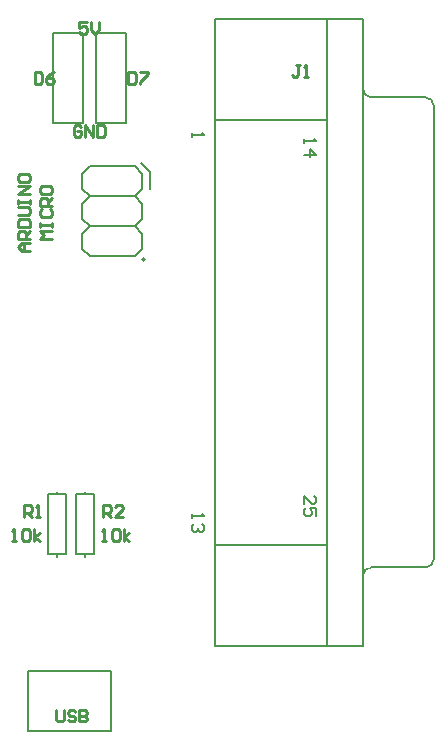
<source format=gbr>
G04 Layer_Color=65535*
%FSLAX45Y45*%
%MOMM*%
%TF.FileFunction,Legend,Top*%
%TF.Part,Single*%
G01*
G75*
%TA.AperFunction,NonConductor*%
%ADD22C,0.20000*%
%ADD23C,0.12700*%
%ADD24C,0.15240*%
%ADD25C,0.25400*%
%ADD26C,0.15000*%
D22*
X4100000Y5414601D02*
G03*
X4030500Y5484101I-69500J0D01*
G01*
X3570000Y1504601D02*
G03*
X3500500Y1435101I0J-69500D01*
G01*
Y5554101D02*
G03*
X3570000Y5484601I69500J0D01*
G01*
X4030500Y1505101D02*
G03*
X4100000Y1574601I0J69500D01*
G01*
X1496698Y5270602D02*
Y6032602D01*
X1242698D02*
X1496698D01*
X1242698Y5270602D02*
Y6032602D01*
Y5270602D02*
X1496698D01*
X1127001Y5264998D02*
Y6026998D01*
X873001D02*
X1127001D01*
X873001Y5264998D02*
Y6026998D01*
Y5264998D02*
X1127001D01*
X3200002Y839597D02*
Y6149599D01*
X3570004Y5484597D02*
X4030003D01*
X3570004Y1504599D02*
X4030003D01*
X4100000Y1574597D02*
Y5414599D01*
X2250001Y5294600D02*
X3200002D01*
X3500001Y839597D02*
Y6149599D01*
X2250001Y1694597D02*
X3200002D01*
X2250001Y839597D02*
Y6149599D01*
X3500001D01*
X2250001Y839597D02*
X3500001D01*
X909501Y1616207D02*
X985701D01*
Y2124207D01*
X833301D02*
X985701D01*
X833301Y1616207D02*
Y2124207D01*
Y1616207D02*
X909501D01*
Y2124207D02*
Y2147067D01*
Y1593347D02*
Y1616207D01*
X1150801D02*
X1227001D01*
Y2124207D01*
X1074601D02*
X1227001D01*
X1074601Y1616207D02*
Y2124207D01*
Y1616207D02*
X1150801D01*
Y2124207D02*
Y2147067D01*
Y1593347D02*
Y1616207D01*
D23*
X1658701Y4111600D02*
G03*
X1658701Y4111600I-12700J0D01*
G01*
X1696799Y4708500D02*
Y4848200D01*
X1620599Y4924400D02*
X1696799Y4848200D01*
X663019Y116180D02*
X1369139D01*
X663019D02*
Y624180D01*
X1369139D01*
Y116180D02*
Y624180D01*
D24*
X1188799Y4899000D02*
X1569799D01*
X1125299Y4708500D02*
Y4835500D01*
Y4454500D02*
Y4581500D01*
Y4200500D02*
Y4327500D01*
X1188799Y4137000D02*
X1569799D01*
X1188799Y4391000D02*
X1569799D01*
X1188799Y4645000D02*
X1569799D01*
Y4137000D02*
X1633299Y4200500D01*
Y4327500D01*
X1569799Y4391000D02*
X1633299Y4327500D01*
X1569799Y4391000D02*
X1633299Y4454500D01*
Y4581500D01*
X1569799Y4645000D02*
X1633299Y4581500D01*
X1569799Y4645000D02*
X1633299Y4708500D01*
Y4835500D01*
X1569799Y4899000D02*
X1633299Y4835500D01*
X1125299Y4200500D02*
X1188799Y4137000D01*
X1125299Y4327500D02*
X1188799Y4391000D01*
X1125299Y4454500D02*
X1188799Y4391000D01*
X1125299Y4581500D02*
X1188799Y4645000D01*
X1125299Y4708500D02*
X1188799Y4645000D01*
X1125299Y4835500D02*
X1188799Y4899000D01*
D25*
X683679Y4185400D02*
X617034D01*
X583711Y4218723D01*
X617034Y4252045D01*
X683679D01*
X633695D01*
Y4185400D01*
X683679Y4285368D02*
X583711D01*
Y4335352D01*
X600372Y4352013D01*
X633695D01*
X650356Y4335352D01*
Y4285368D01*
Y4318690D02*
X683679Y4352013D01*
X583711Y4385336D02*
X683679D01*
Y4435320D01*
X667017Y4451981D01*
X600372D01*
X583711Y4435320D01*
Y4385336D01*
Y4485303D02*
X667017D01*
X683679Y4501965D01*
Y4535287D01*
X667017Y4551948D01*
X583711D01*
Y4585271D02*
Y4618594D01*
Y4601933D01*
X683679D01*
Y4585271D01*
Y4618594D01*
Y4668578D02*
X583711D01*
X683679Y4735223D01*
X583711D01*
Y4818529D02*
Y4785207D01*
X600372Y4768545D01*
X667017D01*
X683679Y4785207D01*
Y4818529D01*
X667017Y4835190D01*
X600372D01*
X583711Y4818529D01*
X864600Y4285368D02*
X764632D01*
X797955Y4318690D01*
X764632Y4352013D01*
X864600D01*
X764632Y4385336D02*
Y4418658D01*
Y4401997D01*
X864600D01*
Y4385336D01*
Y4418658D01*
X781294Y4535287D02*
X764632Y4518626D01*
Y4485303D01*
X781294Y4468642D01*
X847939D01*
X864600Y4485303D01*
Y4518626D01*
X847939Y4535287D01*
X864600Y4568610D02*
X764632D01*
Y4618594D01*
X781294Y4635255D01*
X814616D01*
X831277Y4618594D01*
Y4568610D01*
Y4601932D02*
X864600Y4635255D01*
X764632Y4718562D02*
Y4685239D01*
X781294Y4668578D01*
X847939D01*
X864600Y4685239D01*
Y4718562D01*
X847939Y4735223D01*
X781294D01*
X764632Y4718562D01*
X1300000Y1930001D02*
Y2029969D01*
X1349984D01*
X1366645Y2013307D01*
Y1979985D01*
X1349984Y1963323D01*
X1300000D01*
X1333323D02*
X1366645Y1930001D01*
X1466613D02*
X1399968D01*
X1466613Y1996646D01*
Y2013307D01*
X1449952Y2029969D01*
X1416629D01*
X1399968Y2013307D01*
X630001Y1930000D02*
Y2029968D01*
X679984D01*
X696646Y2013307D01*
Y1979984D01*
X679984Y1963323D01*
X630001D01*
X663323D02*
X696646Y1930000D01*
X729968D02*
X763291D01*
X746630D01*
Y2029968D01*
X729968Y2013307D01*
X2969745Y5758968D02*
X2936422D01*
X2953084D01*
Y5675661D01*
X2936422Y5659000D01*
X2919761D01*
X2903100Y5675661D01*
X3003068Y5659000D02*
X3036390D01*
X3019729D01*
Y5758968D01*
X3003068Y5742307D01*
X1290000Y1730001D02*
X1323323D01*
X1306662D01*
Y1829969D01*
X1290000Y1813307D01*
X1373307D02*
X1389968Y1829969D01*
X1423291D01*
X1439952Y1813307D01*
Y1746662D01*
X1423291Y1730001D01*
X1389968D01*
X1373307Y1746662D01*
Y1813307D01*
X1473274Y1730001D02*
Y1829969D01*
Y1763323D02*
X1523258Y1796646D01*
X1473274Y1763323D02*
X1523258Y1730001D01*
X530001Y1730001D02*
X563323D01*
X546662D01*
Y1829968D01*
X530001Y1813307D01*
X613307D02*
X629969Y1829968D01*
X663291D01*
X679952Y1813307D01*
Y1746662D01*
X663291Y1730001D01*
X629969D01*
X613307Y1746662D01*
Y1813307D01*
X713275Y1730001D02*
Y1829968D01*
Y1763323D02*
X763259Y1796646D01*
X713275Y1763323D02*
X763259Y1730001D01*
X1510000Y5699968D02*
Y5600000D01*
X1559984D01*
X1576645Y5616661D01*
Y5683306D01*
X1559984Y5699968D01*
X1510000D01*
X1609968D02*
X1676613D01*
Y5683306D01*
X1609968Y5616661D01*
Y5600000D01*
X720000Y5699968D02*
Y5600000D01*
X769984D01*
X786645Y5616661D01*
Y5683306D01*
X769984Y5699968D01*
X720000D01*
X886613D02*
X853290Y5683306D01*
X819968Y5649984D01*
Y5616661D01*
X836629Y5600000D01*
X869952D01*
X886613Y5616661D01*
Y5633322D01*
X869952Y5649984D01*
X819968D01*
X1166645Y6119968D02*
X1100000D01*
Y6069984D01*
X1133323Y6086645D01*
X1149984D01*
X1166645Y6069984D01*
Y6036661D01*
X1149984Y6020000D01*
X1116661D01*
X1100000Y6036661D01*
X1199968Y6119968D02*
Y6053322D01*
X1233290Y6020000D01*
X1266613Y6053322D01*
Y6119968D01*
X1116645Y5233307D02*
X1099984Y5249968D01*
X1066661D01*
X1050000Y5233307D01*
Y5166661D01*
X1066661Y5150000D01*
X1099984D01*
X1116645Y5166661D01*
Y5199984D01*
X1083322D01*
X1149968Y5150000D02*
Y5249968D01*
X1216613Y5150000D01*
Y5249968D01*
X1249936D02*
Y5150000D01*
X1299919D01*
X1316581Y5166661D01*
Y5233307D01*
X1299919Y5249968D01*
X1249936D01*
X900000Y299967D02*
Y216661D01*
X916662Y200000D01*
X949984D01*
X966646Y216661D01*
Y299967D01*
X1066613Y283306D02*
X1049952Y299967D01*
X1016630D01*
X999968Y283306D01*
Y266645D01*
X1016630Y249983D01*
X1049952D01*
X1066613Y233322D01*
Y216661D01*
X1049952Y200000D01*
X1016630D01*
X999968Y216661D01*
X1099936Y299967D02*
Y200000D01*
X1149920D01*
X1166581Y216661D01*
Y233322D01*
X1149920Y249983D01*
X1099936D01*
X1149920D01*
X1166581Y266645D01*
Y283306D01*
X1149920Y299967D01*
X1099936D01*
D26*
X2052500Y5181599D02*
Y5148277D01*
Y5164938D01*
X2152468D01*
X2135806Y5181599D01*
X2052500Y1955900D02*
Y1922577D01*
Y1939238D01*
X2152468D01*
X2135806Y1955900D01*
Y1872593D02*
X2152468Y1855932D01*
Y1822609D01*
X2135806Y1805948D01*
X2119145D01*
X2102484Y1822609D01*
Y1839271D01*
Y1822609D01*
X2085822Y1805948D01*
X2069161D01*
X2052500Y1822609D01*
Y1855932D01*
X2069161Y1872593D01*
X3002500Y5131050D02*
Y5097727D01*
Y5114388D01*
X3102468D01*
X3085806Y5131050D01*
X3002500Y4997759D02*
X3102468D01*
X3052484Y5047743D01*
Y4981098D01*
X3002500Y2039804D02*
Y2106449D01*
X3069145Y2039804D01*
X3085806D01*
X3102468Y2056466D01*
Y2089788D01*
X3085806Y2106449D01*
X3102468Y1939837D02*
Y2006482D01*
X3052484D01*
X3069145Y1973159D01*
Y1956498D01*
X3052484Y1939837D01*
X3019161D01*
X3002500Y1956498D01*
Y1989820D01*
X3019161Y2006482D01*
%TF.MD5,993d05e658f6a0f595dee54354347487*%
M02*

</source>
